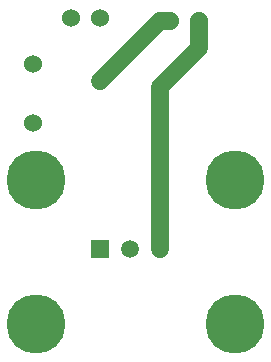
<source format=gbl>
G04 Layer_Physical_Order=2*
G04 Layer_Color=16711680*
%FSLAX44Y44*%
%MOMM*%
G71*
G01*
G75*
%ADD11C,1.5000*%
%ADD12C,1.5240*%
%ADD13C,5.0000*%
%ADD14C,1.5240*%
%ADD15C,1.5000*%
%ADD16R,1.5000X1.5000*%
%ADD17C,1.2700*%
D11*
X95250Y246380D02*
X146050Y297180D01*
X153870D01*
X178870Y274120D02*
Y297180D01*
X146050Y241300D02*
X178870Y274120D01*
X146050Y104140D02*
Y241300D01*
D12*
X70050Y299720D02*
D03*
X95050D02*
D03*
X178870Y297180D02*
D03*
X153870D02*
D03*
D13*
X209550Y162560D02*
D03*
X40640D02*
D03*
Y40640D02*
D03*
X209550D02*
D03*
D14*
X38100Y260350D02*
D03*
Y210820D02*
D03*
D15*
X146050Y104140D02*
D03*
X120650D02*
D03*
D16*
X95250D02*
D03*
D17*
Y246380D02*
D03*
M02*

</source>
